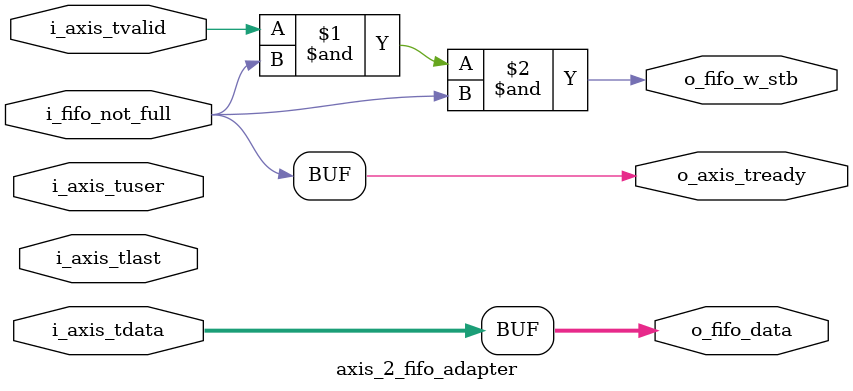
<source format=v>
`timescale 1ps / 1ps

module axis_2_fifo_adapter #(
    parameter AXIS_DATA_WIDTH = 32,
    parameter FIFO_DATA_WIDTH = AXIS_DATA_WIDTH
)(
    input  wire                             i_axis_tuser,
    input  wire                             i_axis_tvalid,
    output wire                             o_axis_tready,
    input  wire                             i_axis_tlast,
    input  wire [AXIS_DATA_WIDTH - 1:0]     i_axis_tdata,

    output wire [FIFO_DATA_WIDTH - 1:0]     o_fifo_data,
    output wire                             o_fifo_w_stb,
    input  wire                             i_fifo_not_full
);

/* ===============================
 * asynchronous logic
 * =============================== */
assign o_fifo_data      = i_axis_tdata;
assign o_axis_tready    = i_fifo_not_full;
assign o_fifo_w_stb     = i_axis_tvalid & o_axis_tready & i_fifo_not_full;

endmodule
</source>
